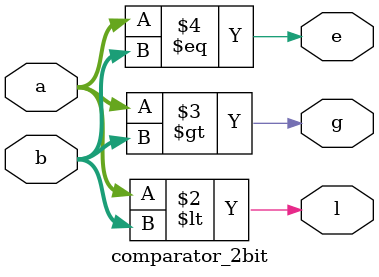
<source format=v>
`timescale 1ns / 1ps


module comparator_2bit(
    input [1:0] a,b,
    output reg l,g,e
    );
    
    always @(a,b)
        begin
            l = ({a}<{b});
            g = ({a}>{b});
            e = ({a}=={b});
        end  
endmodule

</source>
